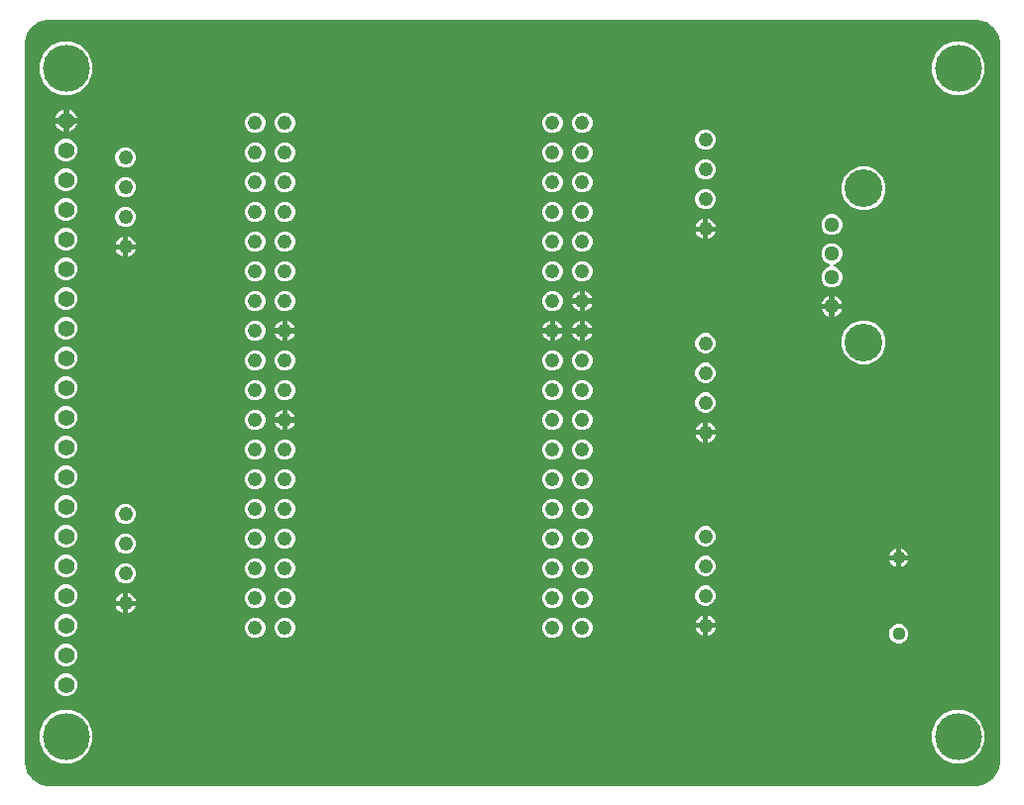
<source format=gbr>
G04 EAGLE Gerber RS-274X export*
G75*
%MOMM*%
%FSLAX34Y34*%
%LPD*%
%INCopper Layer 2*%
%IPPOS*%
%AMOC8*
5,1,8,0,0,1.08239X$1,22.5*%
G01*
%ADD10C,1.244600*%
%ADD11C,1.120000*%
%ADD12C,1.400000*%
%ADD13C,4.016000*%
%ADD14C,1.288000*%
%ADD15C,3.220000*%
%ADD16C,0.654800*%

G36*
X23906Y2539D02*
X23906Y2539D01*
X23970Y2541D01*
X25234Y2541D01*
X25255Y2543D01*
X25344Y2546D01*
X26318Y2631D01*
X26318Y2630D01*
X26430Y2602D01*
X26540Y2565D01*
X26584Y2562D01*
X26626Y2551D01*
X26787Y2541D01*
X811413Y2541D01*
X811457Y2546D01*
X811500Y2544D01*
X811614Y2566D01*
X811729Y2581D01*
X811769Y2597D01*
X811813Y2605D01*
X811869Y2632D01*
X812856Y2546D01*
X812877Y2546D01*
X812966Y2541D01*
X814215Y2541D01*
X814232Y2536D01*
X814331Y2530D01*
X814351Y2527D01*
X814364Y2528D01*
X814393Y2526D01*
X816555Y2526D01*
X816640Y2537D01*
X816725Y2538D01*
X816860Y2565D01*
X816870Y2566D01*
X816874Y2568D01*
X816883Y2569D01*
X823470Y4334D01*
X823601Y4388D01*
X823732Y4437D01*
X823754Y4450D01*
X823765Y4455D01*
X823781Y4466D01*
X823870Y4521D01*
X829456Y8432D01*
X829560Y8527D01*
X829667Y8618D01*
X829683Y8638D01*
X829692Y8646D01*
X829703Y8662D01*
X829768Y8744D01*
X833679Y14330D01*
X833745Y14454D01*
X833814Y14577D01*
X833822Y14602D01*
X833828Y14611D01*
X833832Y14630D01*
X833866Y14730D01*
X835631Y21317D01*
X835642Y21402D01*
X835664Y21484D01*
X835672Y21621D01*
X835674Y21632D01*
X835673Y21636D01*
X835674Y21645D01*
X835674Y23807D01*
X835661Y23906D01*
X835659Y23975D01*
X835659Y25234D01*
X835657Y25255D01*
X835654Y25344D01*
X835569Y26318D01*
X835570Y26318D01*
X835598Y26430D01*
X835635Y26540D01*
X835638Y26584D01*
X835649Y26626D01*
X835659Y26787D01*
X835659Y633613D01*
X835654Y633657D01*
X835656Y633700D01*
X835634Y633814D01*
X835619Y633929D01*
X835603Y633969D01*
X835595Y634013D01*
X835568Y634069D01*
X835654Y635056D01*
X835654Y635077D01*
X835659Y635166D01*
X835659Y636415D01*
X835664Y636432D01*
X835670Y636532D01*
X835673Y636552D01*
X835672Y636565D01*
X835674Y636593D01*
X835674Y638755D01*
X835663Y638840D01*
X835662Y638925D01*
X835635Y639060D01*
X835634Y639070D01*
X835632Y639074D01*
X835631Y639083D01*
X833866Y645670D01*
X833812Y645801D01*
X833763Y645932D01*
X833750Y645954D01*
X833745Y645965D01*
X833734Y645981D01*
X833679Y646070D01*
X829768Y651656D01*
X829673Y651760D01*
X829582Y651867D01*
X829562Y651883D01*
X829554Y651892D01*
X829538Y651903D01*
X829456Y651968D01*
X823870Y655879D01*
X823745Y655945D01*
X823623Y656014D01*
X823599Y656022D01*
X823589Y656028D01*
X823569Y656032D01*
X823470Y656066D01*
X816883Y657831D01*
X816798Y657842D01*
X816715Y657864D01*
X816579Y657872D01*
X816568Y657874D01*
X816564Y657873D01*
X816555Y657874D01*
X814393Y657874D01*
X814294Y657861D01*
X814225Y657859D01*
X812966Y657859D01*
X812945Y657857D01*
X812856Y657854D01*
X811882Y657769D01*
X811882Y657770D01*
X811770Y657798D01*
X811660Y657835D01*
X811616Y657838D01*
X811574Y657849D01*
X811413Y657859D01*
X26787Y657859D01*
X26743Y657854D01*
X26700Y657856D01*
X26586Y657834D01*
X26471Y657819D01*
X26431Y657803D01*
X26387Y657795D01*
X26331Y657768D01*
X25344Y657854D01*
X25323Y657854D01*
X25234Y657859D01*
X23985Y657859D01*
X23968Y657864D01*
X23868Y657870D01*
X23848Y657873D01*
X23835Y657872D01*
X23807Y657874D01*
X21645Y657874D01*
X21560Y657863D01*
X21475Y657862D01*
X21340Y657835D01*
X21330Y657834D01*
X21326Y657832D01*
X21317Y657831D01*
X14730Y656066D01*
X14599Y656012D01*
X14468Y655963D01*
X14446Y655950D01*
X14435Y655945D01*
X14419Y655934D01*
X14330Y655879D01*
X8744Y651968D01*
X8640Y651873D01*
X8533Y651782D01*
X8517Y651762D01*
X8508Y651754D01*
X8497Y651738D01*
X8432Y651656D01*
X4521Y646070D01*
X4455Y645945D01*
X4386Y645823D01*
X4378Y645799D01*
X4372Y645789D01*
X4368Y645769D01*
X4334Y645670D01*
X2569Y639083D01*
X2558Y638998D01*
X2536Y638915D01*
X2528Y638779D01*
X2526Y638768D01*
X2527Y638764D01*
X2526Y638755D01*
X2526Y636593D01*
X2539Y636494D01*
X2541Y636425D01*
X2541Y635166D01*
X2543Y635145D01*
X2546Y635056D01*
X2631Y634082D01*
X2630Y634082D01*
X2602Y633970D01*
X2565Y633860D01*
X2562Y633816D01*
X2551Y633774D01*
X2541Y633613D01*
X2541Y26787D01*
X2546Y26743D01*
X2544Y26700D01*
X2566Y26586D01*
X2581Y26471D01*
X2597Y26431D01*
X2605Y26387D01*
X2632Y26331D01*
X2546Y25344D01*
X2546Y25323D01*
X2541Y25234D01*
X2541Y23985D01*
X2536Y23968D01*
X2530Y23868D01*
X2527Y23848D01*
X2528Y23835D01*
X2526Y23807D01*
X2526Y21645D01*
X2537Y21560D01*
X2538Y21475D01*
X2565Y21340D01*
X2566Y21330D01*
X2568Y21326D01*
X2569Y21317D01*
X4334Y14730D01*
X4388Y14599D01*
X4437Y14468D01*
X4450Y14446D01*
X4455Y14435D01*
X4466Y14419D01*
X4521Y14330D01*
X8432Y8744D01*
X8527Y8640D01*
X8618Y8533D01*
X8638Y8517D01*
X8646Y8508D01*
X8662Y8497D01*
X8744Y8432D01*
X14330Y4521D01*
X14455Y4455D01*
X14577Y4386D01*
X14601Y4378D01*
X14611Y4372D01*
X14631Y4368D01*
X14730Y4334D01*
X21317Y2569D01*
X21402Y2558D01*
X21485Y2536D01*
X21621Y2528D01*
X21632Y2526D01*
X21636Y2527D01*
X21645Y2526D01*
X23807Y2526D01*
X23906Y2539D01*
G37*
%LPC*%
G36*
X795600Y593329D02*
X795600Y593329D01*
X787286Y596773D01*
X780923Y603136D01*
X777479Y611450D01*
X777479Y620450D01*
X780923Y628764D01*
X787286Y635127D01*
X795600Y638571D01*
X804600Y638571D01*
X812914Y635127D01*
X819277Y628764D01*
X822721Y620450D01*
X822721Y611450D01*
X819277Y603136D01*
X812914Y596773D01*
X804600Y593329D01*
X795600Y593329D01*
G37*
%LPD*%
%LPC*%
G36*
X33600Y593329D02*
X33600Y593329D01*
X25286Y596773D01*
X18923Y603136D01*
X15479Y611450D01*
X15479Y620450D01*
X18923Y628764D01*
X25286Y635127D01*
X33600Y638571D01*
X42600Y638571D01*
X50914Y635127D01*
X57277Y628764D01*
X60721Y620450D01*
X60721Y611450D01*
X57277Y603136D01*
X50914Y596773D01*
X42600Y593329D01*
X33600Y593329D01*
G37*
%LPD*%
%LPC*%
G36*
X795600Y21829D02*
X795600Y21829D01*
X787286Y25273D01*
X780923Y31636D01*
X777479Y39950D01*
X777479Y48950D01*
X780923Y57264D01*
X787286Y63627D01*
X795600Y67071D01*
X804600Y67071D01*
X812914Y63627D01*
X819277Y57264D01*
X822721Y48950D01*
X822721Y39950D01*
X819277Y31636D01*
X812914Y25273D01*
X804600Y21829D01*
X795600Y21829D01*
G37*
%LPD*%
%LPC*%
G36*
X33600Y21829D02*
X33600Y21829D01*
X25286Y25273D01*
X18923Y31636D01*
X15479Y39950D01*
X15479Y48950D01*
X18923Y57264D01*
X25286Y63627D01*
X33600Y67071D01*
X42600Y67071D01*
X50914Y63627D01*
X57277Y57264D01*
X60721Y48950D01*
X60721Y39950D01*
X57277Y31636D01*
X50914Y25273D01*
X42600Y21829D01*
X33600Y21829D01*
G37*
%LPD*%
%LPC*%
G36*
X715542Y363259D02*
X715542Y363259D01*
X708691Y366097D01*
X703447Y371341D01*
X700609Y378192D01*
X700609Y385608D01*
X703447Y392459D01*
X708691Y397703D01*
X715542Y400541D01*
X722958Y400541D01*
X729809Y397703D01*
X735053Y392459D01*
X737891Y385608D01*
X737891Y378192D01*
X735053Y371341D01*
X729809Y366097D01*
X722958Y363259D01*
X715542Y363259D01*
G37*
%LPD*%
%LPC*%
G36*
X715542Y494659D02*
X715542Y494659D01*
X708691Y497497D01*
X703447Y502741D01*
X700609Y509592D01*
X700609Y517008D01*
X703447Y523859D01*
X708691Y529103D01*
X715542Y531941D01*
X722958Y531941D01*
X729809Y529103D01*
X735053Y523859D01*
X737891Y517008D01*
X737891Y509592D01*
X735053Y502741D01*
X729809Y497497D01*
X722958Y494659D01*
X715542Y494659D01*
G37*
%LPD*%
%LPC*%
G36*
X690364Y428619D02*
X690364Y428619D01*
X687063Y429986D01*
X684536Y432513D01*
X683169Y435814D01*
X683169Y439386D01*
X684536Y442687D01*
X687063Y445214D01*
X689993Y446427D01*
X690114Y446496D01*
X690237Y446561D01*
X690252Y446575D01*
X690270Y446585D01*
X690370Y446682D01*
X690472Y446775D01*
X690483Y446792D01*
X690498Y446806D01*
X690571Y446925D01*
X690647Y447041D01*
X690654Y447060D01*
X690664Y447077D01*
X690705Y447210D01*
X690750Y447342D01*
X690752Y447362D01*
X690758Y447381D01*
X690764Y447520D01*
X690776Y447659D01*
X690772Y447679D01*
X690773Y447699D01*
X690745Y447835D01*
X690721Y447972D01*
X690713Y447991D01*
X690709Y448010D01*
X690647Y448136D01*
X690591Y448262D01*
X690578Y448278D01*
X690569Y448296D01*
X690479Y448402D01*
X690392Y448510D01*
X690376Y448523D01*
X690363Y448538D01*
X690249Y448618D01*
X690138Y448702D01*
X690113Y448714D01*
X690103Y448721D01*
X690083Y448728D01*
X689993Y448773D01*
X687063Y449986D01*
X684536Y452513D01*
X683169Y455814D01*
X683169Y459386D01*
X684536Y462687D01*
X687063Y465214D01*
X690364Y466581D01*
X693936Y466581D01*
X697237Y465214D01*
X699764Y462687D01*
X701131Y459386D01*
X701131Y455814D01*
X699764Y452513D01*
X697237Y449986D01*
X694307Y448773D01*
X694186Y448704D01*
X694063Y448639D01*
X694048Y448625D01*
X694030Y448615D01*
X693930Y448518D01*
X693828Y448425D01*
X693817Y448408D01*
X693802Y448394D01*
X693729Y448276D01*
X693653Y448159D01*
X693646Y448140D01*
X693636Y448123D01*
X693595Y447990D01*
X693550Y447858D01*
X693548Y447838D01*
X693542Y447819D01*
X693536Y447680D01*
X693524Y447541D01*
X693528Y447521D01*
X693527Y447501D01*
X693555Y447365D01*
X693579Y447228D01*
X693587Y447210D01*
X693591Y447190D01*
X693653Y447064D01*
X693709Y446938D01*
X693722Y446922D01*
X693731Y446904D01*
X693822Y446798D01*
X693908Y446690D01*
X693924Y446677D01*
X693937Y446662D01*
X694052Y446582D01*
X694162Y446498D01*
X694187Y446486D01*
X694197Y446479D01*
X694217Y446472D01*
X694307Y446427D01*
X697237Y445214D01*
X699764Y442687D01*
X701131Y439386D01*
X701131Y435814D01*
X699764Y432513D01*
X697237Y429986D01*
X693936Y428619D01*
X690364Y428619D01*
G37*
%LPD*%
%LPC*%
G36*
X36202Y358759D02*
X36202Y358759D01*
X32696Y360212D01*
X30012Y362896D01*
X28559Y366402D01*
X28559Y370198D01*
X30012Y373704D01*
X32696Y376388D01*
X36202Y377841D01*
X39998Y377841D01*
X43504Y376388D01*
X46188Y373704D01*
X47641Y370198D01*
X47641Y366402D01*
X46188Y362896D01*
X43504Y360212D01*
X39998Y358759D01*
X36202Y358759D01*
G37*
%LPD*%
%LPC*%
G36*
X36202Y79359D02*
X36202Y79359D01*
X32696Y80812D01*
X30012Y83496D01*
X28559Y87002D01*
X28559Y90798D01*
X30012Y94304D01*
X32696Y96988D01*
X36202Y98441D01*
X39998Y98441D01*
X43504Y96988D01*
X46188Y94304D01*
X47641Y90798D01*
X47641Y87002D01*
X46188Y83496D01*
X43504Y80812D01*
X39998Y79359D01*
X36202Y79359D01*
G37*
%LPD*%
%LPC*%
G36*
X36202Y104759D02*
X36202Y104759D01*
X32696Y106212D01*
X30012Y108896D01*
X28559Y112402D01*
X28559Y116198D01*
X30012Y119704D01*
X32696Y122388D01*
X36202Y123841D01*
X39998Y123841D01*
X43504Y122388D01*
X46188Y119704D01*
X47641Y116198D01*
X47641Y112402D01*
X46188Y108896D01*
X43504Y106212D01*
X39998Y104759D01*
X36202Y104759D01*
G37*
%LPD*%
%LPC*%
G36*
X36202Y130159D02*
X36202Y130159D01*
X32696Y131612D01*
X30012Y134296D01*
X28559Y137802D01*
X28559Y141598D01*
X30012Y145104D01*
X32696Y147788D01*
X36202Y149241D01*
X39998Y149241D01*
X43504Y147788D01*
X46188Y145104D01*
X47641Y141598D01*
X47641Y137802D01*
X46188Y134296D01*
X43504Y131612D01*
X39998Y130159D01*
X36202Y130159D01*
G37*
%LPD*%
%LPC*%
G36*
X36202Y536559D02*
X36202Y536559D01*
X32696Y538012D01*
X30012Y540696D01*
X28559Y544202D01*
X28559Y547998D01*
X30012Y551504D01*
X32696Y554188D01*
X36202Y555641D01*
X39998Y555641D01*
X43504Y554188D01*
X46188Y551504D01*
X47641Y547998D01*
X47641Y544202D01*
X46188Y540696D01*
X43504Y538012D01*
X39998Y536559D01*
X36202Y536559D01*
G37*
%LPD*%
%LPC*%
G36*
X36202Y155559D02*
X36202Y155559D01*
X32696Y157012D01*
X30012Y159696D01*
X28559Y163202D01*
X28559Y166998D01*
X30012Y170504D01*
X32696Y173188D01*
X36202Y174641D01*
X39998Y174641D01*
X43504Y173188D01*
X46188Y170504D01*
X47641Y166998D01*
X47641Y163202D01*
X46188Y159696D01*
X43504Y157012D01*
X39998Y155559D01*
X36202Y155559D01*
G37*
%LPD*%
%LPC*%
G36*
X36202Y180959D02*
X36202Y180959D01*
X32696Y182412D01*
X30012Y185096D01*
X28559Y188602D01*
X28559Y192398D01*
X30012Y195904D01*
X32696Y198588D01*
X36202Y200041D01*
X39998Y200041D01*
X43504Y198588D01*
X46188Y195904D01*
X47641Y192398D01*
X47641Y188602D01*
X46188Y185096D01*
X43504Y182412D01*
X39998Y180959D01*
X36202Y180959D01*
G37*
%LPD*%
%LPC*%
G36*
X36202Y206359D02*
X36202Y206359D01*
X32696Y207812D01*
X30012Y210496D01*
X28559Y214002D01*
X28559Y217798D01*
X30012Y221304D01*
X32696Y223988D01*
X36202Y225441D01*
X39998Y225441D01*
X43504Y223988D01*
X46188Y221304D01*
X47641Y217798D01*
X47641Y214002D01*
X46188Y210496D01*
X43504Y207812D01*
X39998Y206359D01*
X36202Y206359D01*
G37*
%LPD*%
%LPC*%
G36*
X36202Y231759D02*
X36202Y231759D01*
X32696Y233212D01*
X30012Y235896D01*
X28559Y239402D01*
X28559Y243198D01*
X30012Y246704D01*
X32696Y249388D01*
X36202Y250841D01*
X39998Y250841D01*
X43504Y249388D01*
X46188Y246704D01*
X47641Y243198D01*
X47641Y239402D01*
X46188Y235896D01*
X43504Y233212D01*
X39998Y231759D01*
X36202Y231759D01*
G37*
%LPD*%
%LPC*%
G36*
X36202Y257159D02*
X36202Y257159D01*
X32696Y258612D01*
X30012Y261296D01*
X28559Y264802D01*
X28559Y268598D01*
X30012Y272104D01*
X32696Y274788D01*
X36202Y276241D01*
X39998Y276241D01*
X43504Y274788D01*
X46188Y272104D01*
X47641Y268598D01*
X47641Y264802D01*
X46188Y261296D01*
X43504Y258612D01*
X39998Y257159D01*
X36202Y257159D01*
G37*
%LPD*%
%LPC*%
G36*
X36202Y282559D02*
X36202Y282559D01*
X32696Y284012D01*
X30012Y286696D01*
X28559Y290202D01*
X28559Y293998D01*
X30012Y297504D01*
X32696Y300188D01*
X36202Y301641D01*
X39998Y301641D01*
X43504Y300188D01*
X46188Y297504D01*
X47641Y293998D01*
X47641Y290202D01*
X46188Y286696D01*
X43504Y284012D01*
X39998Y282559D01*
X36202Y282559D01*
G37*
%LPD*%
%LPC*%
G36*
X36202Y307959D02*
X36202Y307959D01*
X32696Y309412D01*
X30012Y312096D01*
X28559Y315602D01*
X28559Y319398D01*
X30012Y322904D01*
X32696Y325588D01*
X36202Y327041D01*
X39998Y327041D01*
X43504Y325588D01*
X46188Y322904D01*
X47641Y319398D01*
X47641Y315602D01*
X46188Y312096D01*
X43504Y309412D01*
X39998Y307959D01*
X36202Y307959D01*
G37*
%LPD*%
%LPC*%
G36*
X36202Y511159D02*
X36202Y511159D01*
X32696Y512612D01*
X30012Y515296D01*
X28559Y518802D01*
X28559Y522598D01*
X30012Y526104D01*
X32696Y528788D01*
X36202Y530241D01*
X39998Y530241D01*
X43504Y528788D01*
X46188Y526104D01*
X47641Y522598D01*
X47641Y518802D01*
X46188Y515296D01*
X43504Y512612D01*
X39998Y511159D01*
X36202Y511159D01*
G37*
%LPD*%
%LPC*%
G36*
X36202Y333359D02*
X36202Y333359D01*
X32696Y334812D01*
X30012Y337496D01*
X28559Y341002D01*
X28559Y344798D01*
X30012Y348304D01*
X32696Y350988D01*
X36202Y352441D01*
X39998Y352441D01*
X43504Y350988D01*
X46188Y348304D01*
X47641Y344798D01*
X47641Y341002D01*
X46188Y337496D01*
X43504Y334812D01*
X39998Y333359D01*
X36202Y333359D01*
G37*
%LPD*%
%LPC*%
G36*
X36202Y384159D02*
X36202Y384159D01*
X32696Y385612D01*
X30012Y388296D01*
X28559Y391802D01*
X28559Y395598D01*
X30012Y399104D01*
X32696Y401788D01*
X36202Y403241D01*
X39998Y403241D01*
X43504Y401788D01*
X46188Y399104D01*
X47641Y395598D01*
X47641Y391802D01*
X46188Y388296D01*
X43504Y385612D01*
X39998Y384159D01*
X36202Y384159D01*
G37*
%LPD*%
%LPC*%
G36*
X36202Y409559D02*
X36202Y409559D01*
X32696Y411012D01*
X30012Y413696D01*
X28559Y417202D01*
X28559Y420998D01*
X30012Y424504D01*
X32696Y427188D01*
X36202Y428641D01*
X39998Y428641D01*
X43504Y427188D01*
X46188Y424504D01*
X47641Y420998D01*
X47641Y417202D01*
X46188Y413696D01*
X43504Y411012D01*
X39998Y409559D01*
X36202Y409559D01*
G37*
%LPD*%
%LPC*%
G36*
X36202Y434959D02*
X36202Y434959D01*
X32696Y436412D01*
X30012Y439096D01*
X28559Y442602D01*
X28559Y446398D01*
X30012Y449904D01*
X32696Y452588D01*
X36202Y454041D01*
X39998Y454041D01*
X43504Y452588D01*
X46188Y449904D01*
X47641Y446398D01*
X47641Y442602D01*
X46188Y439096D01*
X43504Y436412D01*
X39998Y434959D01*
X36202Y434959D01*
G37*
%LPD*%
%LPC*%
G36*
X36202Y460359D02*
X36202Y460359D01*
X32696Y461812D01*
X30012Y464496D01*
X28559Y468002D01*
X28559Y471798D01*
X30012Y475304D01*
X32696Y477988D01*
X36202Y479441D01*
X39998Y479441D01*
X43504Y477988D01*
X46188Y475304D01*
X47641Y471798D01*
X47641Y468002D01*
X46188Y464496D01*
X43504Y461812D01*
X39998Y460359D01*
X36202Y460359D01*
G37*
%LPD*%
%LPC*%
G36*
X36202Y485759D02*
X36202Y485759D01*
X32696Y487212D01*
X30012Y489896D01*
X28559Y493402D01*
X28559Y497198D01*
X30012Y500704D01*
X32696Y503388D01*
X36202Y504841D01*
X39998Y504841D01*
X43504Y503388D01*
X46188Y500704D01*
X47641Y497198D01*
X47641Y493402D01*
X46188Y489896D01*
X43504Y487212D01*
X39998Y485759D01*
X36202Y485759D01*
G37*
%LPD*%
%LPC*%
G36*
X690364Y473619D02*
X690364Y473619D01*
X687063Y474986D01*
X684536Y477513D01*
X683169Y480814D01*
X683169Y484386D01*
X684536Y487687D01*
X687063Y490214D01*
X690364Y491581D01*
X693936Y491581D01*
X697237Y490214D01*
X699764Y487687D01*
X701131Y484386D01*
X701131Y480814D01*
X699764Y477513D01*
X697237Y474986D01*
X693936Y473619D01*
X690364Y473619D01*
G37*
%LPD*%
%LPC*%
G36*
X477307Y484586D02*
X477307Y484586D01*
X474086Y485920D01*
X471620Y488386D01*
X470286Y491607D01*
X470286Y495093D01*
X471620Y498314D01*
X474086Y500780D01*
X477307Y502114D01*
X480793Y502114D01*
X484014Y500780D01*
X486480Y498314D01*
X487814Y495093D01*
X487814Y491607D01*
X486480Y488386D01*
X484014Y485920D01*
X480793Y484586D01*
X477307Y484586D01*
G37*
%LPD*%
%LPC*%
G36*
X451907Y484586D02*
X451907Y484586D01*
X448686Y485920D01*
X446220Y488386D01*
X444886Y491607D01*
X444886Y495093D01*
X446220Y498314D01*
X448686Y500780D01*
X451907Y502114D01*
X455393Y502114D01*
X458614Y500780D01*
X461080Y498314D01*
X462414Y495093D01*
X462414Y491607D01*
X461080Y488386D01*
X458614Y485920D01*
X455393Y484586D01*
X451907Y484586D01*
G37*
%LPD*%
%LPC*%
G36*
X223307Y484586D02*
X223307Y484586D01*
X220086Y485920D01*
X217620Y488386D01*
X216286Y491607D01*
X216286Y495093D01*
X217620Y498314D01*
X220086Y500780D01*
X223307Y502114D01*
X226793Y502114D01*
X230014Y500780D01*
X232480Y498314D01*
X233814Y495093D01*
X233814Y491607D01*
X232480Y488386D01*
X230014Y485920D01*
X226793Y484586D01*
X223307Y484586D01*
G37*
%LPD*%
%LPC*%
G36*
X197907Y484586D02*
X197907Y484586D01*
X194686Y485920D01*
X192220Y488386D01*
X190886Y491607D01*
X190886Y495093D01*
X192220Y498314D01*
X194686Y500780D01*
X197907Y502114D01*
X201393Y502114D01*
X204614Y500780D01*
X207080Y498314D01*
X208414Y495093D01*
X208414Y491607D01*
X207080Y488386D01*
X204614Y485920D01*
X201393Y484586D01*
X197907Y484586D01*
G37*
%LPD*%
%LPC*%
G36*
X87157Y480186D02*
X87157Y480186D01*
X83936Y481520D01*
X81470Y483986D01*
X80136Y487207D01*
X80136Y490693D01*
X81470Y493914D01*
X83936Y496380D01*
X87157Y497714D01*
X90643Y497714D01*
X93864Y496380D01*
X96330Y493914D01*
X97664Y490693D01*
X97664Y487207D01*
X96330Y483986D01*
X93864Y481520D01*
X90643Y480186D01*
X87157Y480186D01*
G37*
%LPD*%
%LPC*%
G36*
X582457Y495426D02*
X582457Y495426D01*
X579236Y496760D01*
X576770Y499226D01*
X575436Y502447D01*
X575436Y505933D01*
X576770Y509154D01*
X579236Y511620D01*
X582457Y512954D01*
X585943Y512954D01*
X589164Y511620D01*
X591630Y509154D01*
X592964Y505933D01*
X592964Y502447D01*
X591630Y499226D01*
X589164Y496760D01*
X585943Y495426D01*
X582457Y495426D01*
G37*
%LPD*%
%LPC*%
G36*
X582457Y346836D02*
X582457Y346836D01*
X579236Y348170D01*
X576770Y350636D01*
X575436Y353857D01*
X575436Y357343D01*
X576770Y360564D01*
X579236Y363030D01*
X582457Y364364D01*
X585943Y364364D01*
X589164Y363030D01*
X591630Y360564D01*
X592964Y357343D01*
X592964Y353857D01*
X591630Y350636D01*
X589164Y348170D01*
X585943Y346836D01*
X582457Y346836D01*
G37*
%LPD*%
%LPC*%
G36*
X197907Y128986D02*
X197907Y128986D01*
X194686Y130320D01*
X192220Y132786D01*
X190886Y136007D01*
X190886Y139493D01*
X192220Y142714D01*
X194686Y145180D01*
X197907Y146514D01*
X201393Y146514D01*
X204614Y145180D01*
X207080Y142714D01*
X208414Y139493D01*
X208414Y136007D01*
X207080Y132786D01*
X204614Y130320D01*
X201393Y128986D01*
X197907Y128986D01*
G37*
%LPD*%
%LPC*%
G36*
X87157Y505586D02*
X87157Y505586D01*
X83936Y506920D01*
X81470Y509386D01*
X80136Y512607D01*
X80136Y516093D01*
X81470Y519314D01*
X83936Y521780D01*
X87157Y523114D01*
X90643Y523114D01*
X93864Y521780D01*
X96330Y519314D01*
X97664Y516093D01*
X97664Y512607D01*
X96330Y509386D01*
X93864Y506920D01*
X90643Y505586D01*
X87157Y505586D01*
G37*
%LPD*%
%LPC*%
G36*
X451907Y459186D02*
X451907Y459186D01*
X448686Y460520D01*
X446220Y462986D01*
X444886Y466207D01*
X444886Y469693D01*
X446220Y472914D01*
X448686Y475380D01*
X451907Y476714D01*
X455393Y476714D01*
X458614Y475380D01*
X461080Y472914D01*
X462414Y469693D01*
X462414Y466207D01*
X461080Y462986D01*
X458614Y460520D01*
X455393Y459186D01*
X451907Y459186D01*
G37*
%LPD*%
%LPC*%
G36*
X477307Y459186D02*
X477307Y459186D01*
X474086Y460520D01*
X471620Y462986D01*
X470286Y466207D01*
X470286Y469693D01*
X471620Y472914D01*
X474086Y475380D01*
X477307Y476714D01*
X480793Y476714D01*
X484014Y475380D01*
X486480Y472914D01*
X487814Y469693D01*
X487814Y466207D01*
X486480Y462986D01*
X484014Y460520D01*
X480793Y459186D01*
X477307Y459186D01*
G37*
%LPD*%
%LPC*%
G36*
X197907Y459186D02*
X197907Y459186D01*
X194686Y460520D01*
X192220Y462986D01*
X190886Y466207D01*
X190886Y469693D01*
X192220Y472914D01*
X194686Y475380D01*
X197907Y476714D01*
X201393Y476714D01*
X204614Y475380D01*
X207080Y472914D01*
X208414Y469693D01*
X208414Y466207D01*
X207080Y462986D01*
X204614Y460520D01*
X201393Y459186D01*
X197907Y459186D01*
G37*
%LPD*%
%LPC*%
G36*
X223307Y459186D02*
X223307Y459186D01*
X220086Y460520D01*
X217620Y462986D01*
X216286Y466207D01*
X216286Y469693D01*
X217620Y472914D01*
X220086Y475380D01*
X223307Y476714D01*
X226793Y476714D01*
X230014Y475380D01*
X232480Y472914D01*
X233814Y469693D01*
X233814Y466207D01*
X232480Y462986D01*
X230014Y460520D01*
X226793Y459186D01*
X223307Y459186D01*
G37*
%LPD*%
%LPC*%
G36*
X223307Y128986D02*
X223307Y128986D01*
X220086Y130320D01*
X217620Y132786D01*
X216286Y136007D01*
X216286Y139493D01*
X217620Y142714D01*
X220086Y145180D01*
X223307Y146514D01*
X226793Y146514D01*
X230014Y145180D01*
X232480Y142714D01*
X233814Y139493D01*
X233814Y136007D01*
X232480Y132786D01*
X230014Y130320D01*
X226793Y128986D01*
X223307Y128986D01*
G37*
%LPD*%
%LPC*%
G36*
X451907Y128986D02*
X451907Y128986D01*
X448686Y130320D01*
X446220Y132786D01*
X444886Y136007D01*
X444886Y139493D01*
X446220Y142714D01*
X448686Y145180D01*
X451907Y146514D01*
X455393Y146514D01*
X458614Y145180D01*
X461080Y142714D01*
X462414Y139493D01*
X462414Y136007D01*
X461080Y132786D01*
X458614Y130320D01*
X455393Y128986D01*
X451907Y128986D01*
G37*
%LPD*%
%LPC*%
G36*
X477307Y128986D02*
X477307Y128986D01*
X474086Y130320D01*
X471620Y132786D01*
X470286Y136007D01*
X470286Y139493D01*
X471620Y142714D01*
X474086Y145180D01*
X477307Y146514D01*
X480793Y146514D01*
X484014Y145180D01*
X486480Y142714D01*
X487814Y139493D01*
X487814Y136007D01*
X486480Y132786D01*
X484014Y130320D01*
X480793Y128986D01*
X477307Y128986D01*
G37*
%LPD*%
%LPC*%
G36*
X582457Y546226D02*
X582457Y546226D01*
X579236Y547560D01*
X576770Y550026D01*
X575436Y553247D01*
X575436Y556733D01*
X576770Y559954D01*
X579236Y562420D01*
X582457Y563754D01*
X585943Y563754D01*
X589164Y562420D01*
X591630Y559954D01*
X592964Y556733D01*
X592964Y553247D01*
X591630Y550026D01*
X589164Y547560D01*
X585943Y546226D01*
X582457Y546226D01*
G37*
%LPD*%
%LPC*%
G36*
X451907Y560786D02*
X451907Y560786D01*
X448686Y562120D01*
X446220Y564586D01*
X444886Y567807D01*
X444886Y571293D01*
X446220Y574514D01*
X448686Y576980D01*
X451907Y578314D01*
X455393Y578314D01*
X458614Y576980D01*
X461080Y574514D01*
X462414Y571293D01*
X462414Y567807D01*
X461080Y564586D01*
X458614Y562120D01*
X455393Y560786D01*
X451907Y560786D01*
G37*
%LPD*%
%LPC*%
G36*
X197907Y154386D02*
X197907Y154386D01*
X194686Y155720D01*
X192220Y158186D01*
X190886Y161407D01*
X190886Y164893D01*
X192220Y168114D01*
X194686Y170580D01*
X197907Y171914D01*
X201393Y171914D01*
X204614Y170580D01*
X207080Y168114D01*
X208414Y164893D01*
X208414Y161407D01*
X207080Y158186D01*
X204614Y155720D01*
X201393Y154386D01*
X197907Y154386D01*
G37*
%LPD*%
%LPC*%
G36*
X223307Y154386D02*
X223307Y154386D01*
X220086Y155720D01*
X217620Y158186D01*
X216286Y161407D01*
X216286Y164893D01*
X217620Y168114D01*
X220086Y170580D01*
X223307Y171914D01*
X226793Y171914D01*
X230014Y170580D01*
X232480Y168114D01*
X233814Y164893D01*
X233814Y161407D01*
X232480Y158186D01*
X230014Y155720D01*
X226793Y154386D01*
X223307Y154386D01*
G37*
%LPD*%
%LPC*%
G36*
X197907Y509986D02*
X197907Y509986D01*
X194686Y511320D01*
X192220Y513786D01*
X190886Y517007D01*
X190886Y520493D01*
X192220Y523714D01*
X194686Y526180D01*
X197907Y527514D01*
X201393Y527514D01*
X204614Y526180D01*
X207080Y523714D01*
X208414Y520493D01*
X208414Y517007D01*
X207080Y513786D01*
X204614Y511320D01*
X201393Y509986D01*
X197907Y509986D01*
G37*
%LPD*%
%LPC*%
G36*
X477307Y433786D02*
X477307Y433786D01*
X474086Y435120D01*
X471620Y437586D01*
X470286Y440807D01*
X470286Y444293D01*
X471620Y447514D01*
X474086Y449980D01*
X477307Y451314D01*
X480793Y451314D01*
X484014Y449980D01*
X486480Y447514D01*
X487814Y444293D01*
X487814Y440807D01*
X486480Y437586D01*
X484014Y435120D01*
X480793Y433786D01*
X477307Y433786D01*
G37*
%LPD*%
%LPC*%
G36*
X451907Y433786D02*
X451907Y433786D01*
X448686Y435120D01*
X446220Y437586D01*
X444886Y440807D01*
X444886Y444293D01*
X446220Y447514D01*
X448686Y449980D01*
X451907Y451314D01*
X455393Y451314D01*
X458614Y449980D01*
X461080Y447514D01*
X462414Y444293D01*
X462414Y440807D01*
X461080Y437586D01*
X458614Y435120D01*
X455393Y433786D01*
X451907Y433786D01*
G37*
%LPD*%
%LPC*%
G36*
X223307Y433786D02*
X223307Y433786D01*
X220086Y435120D01*
X217620Y437586D01*
X216286Y440807D01*
X216286Y444293D01*
X217620Y447514D01*
X220086Y449980D01*
X223307Y451314D01*
X226793Y451314D01*
X230014Y449980D01*
X232480Y447514D01*
X233814Y444293D01*
X233814Y440807D01*
X232480Y437586D01*
X230014Y435120D01*
X226793Y433786D01*
X223307Y433786D01*
G37*
%LPD*%
%LPC*%
G36*
X197907Y433786D02*
X197907Y433786D01*
X194686Y435120D01*
X192220Y437586D01*
X190886Y440807D01*
X190886Y444293D01*
X192220Y447514D01*
X194686Y449980D01*
X197907Y451314D01*
X201393Y451314D01*
X204614Y449980D01*
X207080Y447514D01*
X208414Y444293D01*
X208414Y440807D01*
X207080Y437586D01*
X204614Y435120D01*
X201393Y433786D01*
X197907Y433786D01*
G37*
%LPD*%
%LPC*%
G36*
X223307Y509986D02*
X223307Y509986D01*
X220086Y511320D01*
X217620Y513786D01*
X216286Y517007D01*
X216286Y520493D01*
X217620Y523714D01*
X220086Y526180D01*
X223307Y527514D01*
X226793Y527514D01*
X230014Y526180D01*
X232480Y523714D01*
X233814Y520493D01*
X233814Y517007D01*
X232480Y513786D01*
X230014Y511320D01*
X226793Y509986D01*
X223307Y509986D01*
G37*
%LPD*%
%LPC*%
G36*
X451907Y408386D02*
X451907Y408386D01*
X448686Y409720D01*
X446220Y412186D01*
X444886Y415407D01*
X444886Y418893D01*
X446220Y422114D01*
X448686Y424580D01*
X451907Y425914D01*
X455393Y425914D01*
X458614Y424580D01*
X461080Y422114D01*
X462414Y418893D01*
X462414Y415407D01*
X461080Y412186D01*
X458614Y409720D01*
X455393Y408386D01*
X451907Y408386D01*
G37*
%LPD*%
%LPC*%
G36*
X223307Y408386D02*
X223307Y408386D01*
X220086Y409720D01*
X217620Y412186D01*
X216286Y415407D01*
X216286Y418893D01*
X217620Y422114D01*
X220086Y424580D01*
X223307Y425914D01*
X226793Y425914D01*
X230014Y424580D01*
X232480Y422114D01*
X233814Y418893D01*
X233814Y415407D01*
X232480Y412186D01*
X230014Y409720D01*
X226793Y408386D01*
X223307Y408386D01*
G37*
%LPD*%
%LPC*%
G36*
X197907Y408386D02*
X197907Y408386D01*
X194686Y409720D01*
X192220Y412186D01*
X190886Y415407D01*
X190886Y418893D01*
X192220Y422114D01*
X194686Y424580D01*
X197907Y425914D01*
X201393Y425914D01*
X204614Y424580D01*
X207080Y422114D01*
X208414Y418893D01*
X208414Y415407D01*
X207080Y412186D01*
X204614Y409720D01*
X201393Y408386D01*
X197907Y408386D01*
G37*
%LPD*%
%LPC*%
G36*
X451907Y154386D02*
X451907Y154386D01*
X448686Y155720D01*
X446220Y158186D01*
X444886Y161407D01*
X444886Y164893D01*
X446220Y168114D01*
X448686Y170580D01*
X451907Y171914D01*
X455393Y171914D01*
X458614Y170580D01*
X461080Y168114D01*
X462414Y164893D01*
X462414Y161407D01*
X461080Y158186D01*
X458614Y155720D01*
X455393Y154386D01*
X451907Y154386D01*
G37*
%LPD*%
%LPC*%
G36*
X477307Y154386D02*
X477307Y154386D01*
X474086Y155720D01*
X471620Y158186D01*
X470286Y161407D01*
X470286Y164893D01*
X471620Y168114D01*
X474086Y170580D01*
X477307Y171914D01*
X480793Y171914D01*
X484014Y170580D01*
X486480Y168114D01*
X487814Y164893D01*
X487814Y161407D01*
X486480Y158186D01*
X484014Y155720D01*
X480793Y154386D01*
X477307Y154386D01*
G37*
%LPD*%
%LPC*%
G36*
X582457Y156336D02*
X582457Y156336D01*
X579236Y157670D01*
X576770Y160136D01*
X575436Y163357D01*
X575436Y166843D01*
X576770Y170064D01*
X579236Y172530D01*
X582457Y173864D01*
X585943Y173864D01*
X589164Y172530D01*
X591630Y170064D01*
X592964Y166843D01*
X592964Y163357D01*
X591630Y160136D01*
X589164Y157670D01*
X585943Y156336D01*
X582457Y156336D01*
G37*
%LPD*%
%LPC*%
G36*
X451907Y535386D02*
X451907Y535386D01*
X448686Y536720D01*
X446220Y539186D01*
X444886Y542407D01*
X444886Y545893D01*
X446220Y549114D01*
X448686Y551580D01*
X451907Y552914D01*
X455393Y552914D01*
X458614Y551580D01*
X461080Y549114D01*
X462414Y545893D01*
X462414Y542407D01*
X461080Y539186D01*
X458614Y536720D01*
X455393Y535386D01*
X451907Y535386D01*
G37*
%LPD*%
%LPC*%
G36*
X87157Y175386D02*
X87157Y175386D01*
X83936Y176720D01*
X81470Y179186D01*
X80136Y182407D01*
X80136Y185893D01*
X81470Y189114D01*
X83936Y191580D01*
X87157Y192914D01*
X90643Y192914D01*
X93864Y191580D01*
X96330Y189114D01*
X97664Y185893D01*
X97664Y182407D01*
X96330Y179186D01*
X93864Y176720D01*
X90643Y175386D01*
X87157Y175386D01*
G37*
%LPD*%
%LPC*%
G36*
X197907Y179786D02*
X197907Y179786D01*
X194686Y181120D01*
X192220Y183586D01*
X190886Y186807D01*
X190886Y190293D01*
X192220Y193514D01*
X194686Y195980D01*
X197907Y197314D01*
X201393Y197314D01*
X204614Y195980D01*
X207080Y193514D01*
X208414Y190293D01*
X208414Y186807D01*
X207080Y183586D01*
X204614Y181120D01*
X201393Y179786D01*
X197907Y179786D01*
G37*
%LPD*%
%LPC*%
G36*
X223307Y179786D02*
X223307Y179786D01*
X220086Y181120D01*
X217620Y183586D01*
X216286Y186807D01*
X216286Y190293D01*
X217620Y193514D01*
X220086Y195980D01*
X223307Y197314D01*
X226793Y197314D01*
X230014Y195980D01*
X232480Y193514D01*
X233814Y190293D01*
X233814Y186807D01*
X232480Y183586D01*
X230014Y181120D01*
X226793Y179786D01*
X223307Y179786D01*
G37*
%LPD*%
%LPC*%
G36*
X451907Y179786D02*
X451907Y179786D01*
X448686Y181120D01*
X446220Y183586D01*
X444886Y186807D01*
X444886Y190293D01*
X446220Y193514D01*
X448686Y195980D01*
X451907Y197314D01*
X455393Y197314D01*
X458614Y195980D01*
X461080Y193514D01*
X462414Y190293D01*
X462414Y186807D01*
X461080Y183586D01*
X458614Y181120D01*
X455393Y179786D01*
X451907Y179786D01*
G37*
%LPD*%
%LPC*%
G36*
X451907Y509986D02*
X451907Y509986D01*
X448686Y511320D01*
X446220Y513786D01*
X444886Y517007D01*
X444886Y520493D01*
X446220Y523714D01*
X448686Y526180D01*
X451907Y527514D01*
X455393Y527514D01*
X458614Y526180D01*
X461080Y523714D01*
X462414Y520493D01*
X462414Y517007D01*
X461080Y513786D01*
X458614Y511320D01*
X455393Y509986D01*
X451907Y509986D01*
G37*
%LPD*%
%LPC*%
G36*
X477307Y560786D02*
X477307Y560786D01*
X474086Y562120D01*
X471620Y564586D01*
X470286Y567807D01*
X470286Y571293D01*
X471620Y574514D01*
X474086Y576980D01*
X477307Y578314D01*
X480793Y578314D01*
X484014Y576980D01*
X486480Y574514D01*
X487814Y571293D01*
X487814Y567807D01*
X486480Y564586D01*
X484014Y562120D01*
X480793Y560786D01*
X477307Y560786D01*
G37*
%LPD*%
%LPC*%
G36*
X197907Y382986D02*
X197907Y382986D01*
X194686Y384320D01*
X192220Y386786D01*
X190886Y390007D01*
X190886Y393493D01*
X192220Y396714D01*
X194686Y399180D01*
X197907Y400514D01*
X201393Y400514D01*
X204614Y399180D01*
X207080Y396714D01*
X208414Y393493D01*
X208414Y390007D01*
X207080Y386786D01*
X204614Y384320D01*
X201393Y382986D01*
X197907Y382986D01*
G37*
%LPD*%
%LPC*%
G36*
X477307Y179786D02*
X477307Y179786D01*
X474086Y181120D01*
X471620Y183586D01*
X470286Y186807D01*
X470286Y190293D01*
X471620Y193514D01*
X474086Y195980D01*
X477307Y197314D01*
X480793Y197314D01*
X484014Y195980D01*
X486480Y193514D01*
X487814Y190293D01*
X487814Y186807D01*
X486480Y183586D01*
X484014Y181120D01*
X480793Y179786D01*
X477307Y179786D01*
G37*
%LPD*%
%LPC*%
G36*
X582457Y181736D02*
X582457Y181736D01*
X579236Y183070D01*
X576770Y185536D01*
X575436Y188757D01*
X575436Y192243D01*
X576770Y195464D01*
X579236Y197930D01*
X582457Y199264D01*
X585943Y199264D01*
X589164Y197930D01*
X591630Y195464D01*
X592964Y192243D01*
X592964Y188757D01*
X591630Y185536D01*
X589164Y183070D01*
X585943Y181736D01*
X582457Y181736D01*
G37*
%LPD*%
%LPC*%
G36*
X477307Y535386D02*
X477307Y535386D01*
X474086Y536720D01*
X471620Y539186D01*
X470286Y542407D01*
X470286Y545893D01*
X471620Y549114D01*
X474086Y551580D01*
X477307Y552914D01*
X480793Y552914D01*
X484014Y551580D01*
X486480Y549114D01*
X487814Y545893D01*
X487814Y542407D01*
X486480Y539186D01*
X484014Y536720D01*
X480793Y535386D01*
X477307Y535386D01*
G37*
%LPD*%
%LPC*%
G36*
X87157Y200786D02*
X87157Y200786D01*
X83936Y202120D01*
X81470Y204586D01*
X80136Y207807D01*
X80136Y211293D01*
X81470Y214514D01*
X83936Y216980D01*
X87157Y218314D01*
X90643Y218314D01*
X93864Y216980D01*
X96330Y214514D01*
X97664Y211293D01*
X97664Y207807D01*
X96330Y204586D01*
X93864Y202120D01*
X90643Y200786D01*
X87157Y200786D01*
G37*
%LPD*%
%LPC*%
G36*
X451907Y205186D02*
X451907Y205186D01*
X448686Y206520D01*
X446220Y208986D01*
X444886Y212207D01*
X444886Y215693D01*
X446220Y218914D01*
X448686Y221380D01*
X451907Y222714D01*
X455393Y222714D01*
X458614Y221380D01*
X461080Y218914D01*
X462414Y215693D01*
X462414Y212207D01*
X461080Y208986D01*
X458614Y206520D01*
X455393Y205186D01*
X451907Y205186D01*
G37*
%LPD*%
%LPC*%
G36*
X477307Y205186D02*
X477307Y205186D01*
X474086Y206520D01*
X471620Y208986D01*
X470286Y212207D01*
X470286Y215693D01*
X471620Y218914D01*
X474086Y221380D01*
X477307Y222714D01*
X480793Y222714D01*
X484014Y221380D01*
X486480Y218914D01*
X487814Y215693D01*
X487814Y212207D01*
X486480Y208986D01*
X484014Y206520D01*
X480793Y205186D01*
X477307Y205186D01*
G37*
%LPD*%
%LPC*%
G36*
X582457Y372236D02*
X582457Y372236D01*
X579236Y373570D01*
X576770Y376036D01*
X575436Y379257D01*
X575436Y382743D01*
X576770Y385964D01*
X579236Y388430D01*
X582457Y389764D01*
X585943Y389764D01*
X589164Y388430D01*
X591630Y385964D01*
X592964Y382743D01*
X592964Y379257D01*
X591630Y376036D01*
X589164Y373570D01*
X585943Y372236D01*
X582457Y372236D01*
G37*
%LPD*%
%LPC*%
G36*
X197907Y205186D02*
X197907Y205186D01*
X194686Y206520D01*
X192220Y208986D01*
X190886Y212207D01*
X190886Y215693D01*
X192220Y218914D01*
X194686Y221380D01*
X197907Y222714D01*
X201393Y222714D01*
X204614Y221380D01*
X207080Y218914D01*
X208414Y215693D01*
X208414Y212207D01*
X207080Y208986D01*
X204614Y206520D01*
X201393Y205186D01*
X197907Y205186D01*
G37*
%LPD*%
%LPC*%
G36*
X223307Y205186D02*
X223307Y205186D01*
X220086Y206520D01*
X217620Y208986D01*
X216286Y212207D01*
X216286Y215693D01*
X217620Y218914D01*
X220086Y221380D01*
X223307Y222714D01*
X226793Y222714D01*
X230014Y221380D01*
X232480Y218914D01*
X233814Y215693D01*
X233814Y212207D01*
X232480Y208986D01*
X230014Y206520D01*
X226793Y205186D01*
X223307Y205186D01*
G37*
%LPD*%
%LPC*%
G36*
X582457Y207136D02*
X582457Y207136D01*
X579236Y208470D01*
X576770Y210936D01*
X575436Y214157D01*
X575436Y217643D01*
X576770Y220864D01*
X579236Y223330D01*
X582457Y224664D01*
X585943Y224664D01*
X589164Y223330D01*
X591630Y220864D01*
X592964Y217643D01*
X592964Y214157D01*
X591630Y210936D01*
X589164Y208470D01*
X585943Y207136D01*
X582457Y207136D01*
G37*
%LPD*%
%LPC*%
G36*
X197907Y535386D02*
X197907Y535386D01*
X194686Y536720D01*
X192220Y539186D01*
X190886Y542407D01*
X190886Y545893D01*
X192220Y549114D01*
X194686Y551580D01*
X197907Y552914D01*
X201393Y552914D01*
X204614Y551580D01*
X207080Y549114D01*
X208414Y545893D01*
X208414Y542407D01*
X207080Y539186D01*
X204614Y536720D01*
X201393Y535386D01*
X197907Y535386D01*
G37*
%LPD*%
%LPC*%
G36*
X87157Y226186D02*
X87157Y226186D01*
X83936Y227520D01*
X81470Y229986D01*
X80136Y233207D01*
X80136Y236693D01*
X81470Y239914D01*
X83936Y242380D01*
X87157Y243714D01*
X90643Y243714D01*
X93864Y242380D01*
X96330Y239914D01*
X97664Y236693D01*
X97664Y233207D01*
X96330Y229986D01*
X93864Y227520D01*
X90643Y226186D01*
X87157Y226186D01*
G37*
%LPD*%
%LPC*%
G36*
X197907Y230586D02*
X197907Y230586D01*
X194686Y231920D01*
X192220Y234386D01*
X190886Y237607D01*
X190886Y241093D01*
X192220Y244314D01*
X194686Y246780D01*
X197907Y248114D01*
X201393Y248114D01*
X204614Y246780D01*
X207080Y244314D01*
X208414Y241093D01*
X208414Y237607D01*
X207080Y234386D01*
X204614Y231920D01*
X201393Y230586D01*
X197907Y230586D01*
G37*
%LPD*%
%LPC*%
G36*
X223307Y230586D02*
X223307Y230586D01*
X220086Y231920D01*
X217620Y234386D01*
X216286Y237607D01*
X216286Y241093D01*
X217620Y244314D01*
X220086Y246780D01*
X223307Y248114D01*
X226793Y248114D01*
X230014Y246780D01*
X232480Y244314D01*
X233814Y241093D01*
X233814Y237607D01*
X232480Y234386D01*
X230014Y231920D01*
X226793Y230586D01*
X223307Y230586D01*
G37*
%LPD*%
%LPC*%
G36*
X197907Y560786D02*
X197907Y560786D01*
X194686Y562120D01*
X192220Y564586D01*
X190886Y567807D01*
X190886Y571293D01*
X192220Y574514D01*
X194686Y576980D01*
X197907Y578314D01*
X201393Y578314D01*
X204614Y576980D01*
X207080Y574514D01*
X208414Y571293D01*
X208414Y567807D01*
X207080Y564586D01*
X204614Y562120D01*
X201393Y560786D01*
X197907Y560786D01*
G37*
%LPD*%
%LPC*%
G36*
X451907Y357586D02*
X451907Y357586D01*
X448686Y358920D01*
X446220Y361386D01*
X444886Y364607D01*
X444886Y368093D01*
X446220Y371314D01*
X448686Y373780D01*
X451907Y375114D01*
X455393Y375114D01*
X458614Y373780D01*
X461080Y371314D01*
X462414Y368093D01*
X462414Y364607D01*
X461080Y361386D01*
X458614Y358920D01*
X455393Y357586D01*
X451907Y357586D01*
G37*
%LPD*%
%LPC*%
G36*
X223307Y357586D02*
X223307Y357586D01*
X220086Y358920D01*
X217620Y361386D01*
X216286Y364607D01*
X216286Y368093D01*
X217620Y371314D01*
X220086Y373780D01*
X223307Y375114D01*
X226793Y375114D01*
X230014Y373780D01*
X232480Y371314D01*
X233814Y368093D01*
X233814Y364607D01*
X232480Y361386D01*
X230014Y358920D01*
X226793Y357586D01*
X223307Y357586D01*
G37*
%LPD*%
%LPC*%
G36*
X197907Y357586D02*
X197907Y357586D01*
X194686Y358920D01*
X192220Y361386D01*
X190886Y364607D01*
X190886Y368093D01*
X192220Y371314D01*
X194686Y373780D01*
X197907Y375114D01*
X201393Y375114D01*
X204614Y373780D01*
X207080Y371314D01*
X208414Y368093D01*
X208414Y364607D01*
X207080Y361386D01*
X204614Y358920D01*
X201393Y357586D01*
X197907Y357586D01*
G37*
%LPD*%
%LPC*%
G36*
X477307Y357586D02*
X477307Y357586D01*
X474086Y358920D01*
X471620Y361386D01*
X470286Y364607D01*
X470286Y368093D01*
X471620Y371314D01*
X474086Y373780D01*
X477307Y375114D01*
X480793Y375114D01*
X484014Y373780D01*
X486480Y371314D01*
X487814Y368093D01*
X487814Y364607D01*
X486480Y361386D01*
X484014Y358920D01*
X480793Y357586D01*
X477307Y357586D01*
G37*
%LPD*%
%LPC*%
G36*
X477307Y509986D02*
X477307Y509986D01*
X474086Y511320D01*
X471620Y513786D01*
X470286Y517007D01*
X470286Y520493D01*
X471620Y523714D01*
X474086Y526180D01*
X477307Y527514D01*
X480793Y527514D01*
X484014Y526180D01*
X486480Y523714D01*
X487814Y520493D01*
X487814Y517007D01*
X486480Y513786D01*
X484014Y511320D01*
X480793Y509986D01*
X477307Y509986D01*
G37*
%LPD*%
%LPC*%
G36*
X477307Y332186D02*
X477307Y332186D01*
X474086Y333520D01*
X471620Y335986D01*
X470286Y339207D01*
X470286Y342693D01*
X471620Y345914D01*
X474086Y348380D01*
X477307Y349714D01*
X480793Y349714D01*
X484014Y348380D01*
X486480Y345914D01*
X487814Y342693D01*
X487814Y339207D01*
X486480Y335986D01*
X484014Y333520D01*
X480793Y332186D01*
X477307Y332186D01*
G37*
%LPD*%
%LPC*%
G36*
X451907Y332186D02*
X451907Y332186D01*
X448686Y333520D01*
X446220Y335986D01*
X444886Y339207D01*
X444886Y342693D01*
X446220Y345914D01*
X448686Y348380D01*
X451907Y349714D01*
X455393Y349714D01*
X458614Y348380D01*
X461080Y345914D01*
X462414Y342693D01*
X462414Y339207D01*
X461080Y335986D01*
X458614Y333520D01*
X455393Y332186D01*
X451907Y332186D01*
G37*
%LPD*%
%LPC*%
G36*
X223307Y332186D02*
X223307Y332186D01*
X220086Y333520D01*
X217620Y335986D01*
X216286Y339207D01*
X216286Y342693D01*
X217620Y345914D01*
X220086Y348380D01*
X223307Y349714D01*
X226793Y349714D01*
X230014Y348380D01*
X232480Y345914D01*
X233814Y342693D01*
X233814Y339207D01*
X232480Y335986D01*
X230014Y333520D01*
X226793Y332186D01*
X223307Y332186D01*
G37*
%LPD*%
%LPC*%
G36*
X197907Y332186D02*
X197907Y332186D01*
X194686Y333520D01*
X192220Y335986D01*
X190886Y339207D01*
X190886Y342693D01*
X192220Y345914D01*
X194686Y348380D01*
X197907Y349714D01*
X201393Y349714D01*
X204614Y348380D01*
X207080Y345914D01*
X208414Y342693D01*
X208414Y339207D01*
X207080Y335986D01*
X204614Y333520D01*
X201393Y332186D01*
X197907Y332186D01*
G37*
%LPD*%
%LPC*%
G36*
X582457Y321436D02*
X582457Y321436D01*
X579236Y322770D01*
X576770Y325236D01*
X575436Y328457D01*
X575436Y331943D01*
X576770Y335164D01*
X579236Y337630D01*
X582457Y338964D01*
X585943Y338964D01*
X589164Y337630D01*
X591630Y335164D01*
X592964Y331943D01*
X592964Y328457D01*
X591630Y325236D01*
X589164Y322770D01*
X585943Y321436D01*
X582457Y321436D01*
G37*
%LPD*%
%LPC*%
G36*
X223307Y560786D02*
X223307Y560786D01*
X220086Y562120D01*
X217620Y564586D01*
X216286Y567807D01*
X216286Y571293D01*
X217620Y574514D01*
X220086Y576980D01*
X223307Y578314D01*
X226793Y578314D01*
X230014Y576980D01*
X232480Y574514D01*
X233814Y571293D01*
X233814Y567807D01*
X232480Y564586D01*
X230014Y562120D01*
X226793Y560786D01*
X223307Y560786D01*
G37*
%LPD*%
%LPC*%
G36*
X477307Y306786D02*
X477307Y306786D01*
X474086Y308120D01*
X471620Y310586D01*
X470286Y313807D01*
X470286Y317293D01*
X471620Y320514D01*
X474086Y322980D01*
X477307Y324314D01*
X480793Y324314D01*
X484014Y322980D01*
X486480Y320514D01*
X487814Y317293D01*
X487814Y313807D01*
X486480Y310586D01*
X484014Y308120D01*
X480793Y306786D01*
X477307Y306786D01*
G37*
%LPD*%
%LPC*%
G36*
X451907Y306786D02*
X451907Y306786D01*
X448686Y308120D01*
X446220Y310586D01*
X444886Y313807D01*
X444886Y317293D01*
X446220Y320514D01*
X448686Y322980D01*
X451907Y324314D01*
X455393Y324314D01*
X458614Y322980D01*
X461080Y320514D01*
X462414Y317293D01*
X462414Y313807D01*
X461080Y310586D01*
X458614Y308120D01*
X455393Y306786D01*
X451907Y306786D01*
G37*
%LPD*%
%LPC*%
G36*
X197907Y306786D02*
X197907Y306786D01*
X194686Y308120D01*
X192220Y310586D01*
X190886Y313807D01*
X190886Y317293D01*
X192220Y320514D01*
X194686Y322980D01*
X197907Y324314D01*
X201393Y324314D01*
X204614Y322980D01*
X207080Y320514D01*
X208414Y317293D01*
X208414Y313807D01*
X207080Y310586D01*
X204614Y308120D01*
X201393Y306786D01*
X197907Y306786D01*
G37*
%LPD*%
%LPC*%
G36*
X451907Y230586D02*
X451907Y230586D01*
X448686Y231920D01*
X446220Y234386D01*
X444886Y237607D01*
X444886Y241093D01*
X446220Y244314D01*
X448686Y246780D01*
X451907Y248114D01*
X455393Y248114D01*
X458614Y246780D01*
X461080Y244314D01*
X462414Y241093D01*
X462414Y237607D01*
X461080Y234386D01*
X458614Y231920D01*
X455393Y230586D01*
X451907Y230586D01*
G37*
%LPD*%
%LPC*%
G36*
X477307Y230586D02*
X477307Y230586D01*
X474086Y231920D01*
X471620Y234386D01*
X470286Y237607D01*
X470286Y241093D01*
X471620Y244314D01*
X474086Y246780D01*
X477307Y248114D01*
X480793Y248114D01*
X484014Y246780D01*
X486480Y244314D01*
X487814Y241093D01*
X487814Y237607D01*
X486480Y234386D01*
X484014Y231920D01*
X480793Y230586D01*
X477307Y230586D01*
G37*
%LPD*%
%LPC*%
G36*
X223307Y535386D02*
X223307Y535386D01*
X220086Y536720D01*
X217620Y539186D01*
X216286Y542407D01*
X216286Y545893D01*
X217620Y549114D01*
X220086Y551580D01*
X223307Y552914D01*
X226793Y552914D01*
X230014Y551580D01*
X232480Y549114D01*
X233814Y545893D01*
X233814Y542407D01*
X232480Y539186D01*
X230014Y536720D01*
X226793Y535386D01*
X223307Y535386D01*
G37*
%LPD*%
%LPC*%
G36*
X197907Y255986D02*
X197907Y255986D01*
X194686Y257320D01*
X192220Y259786D01*
X190886Y263007D01*
X190886Y266493D01*
X192220Y269714D01*
X194686Y272180D01*
X197907Y273514D01*
X201393Y273514D01*
X204614Y272180D01*
X207080Y269714D01*
X208414Y266493D01*
X208414Y263007D01*
X207080Y259786D01*
X204614Y257320D01*
X201393Y255986D01*
X197907Y255986D01*
G37*
%LPD*%
%LPC*%
G36*
X223307Y255986D02*
X223307Y255986D01*
X220086Y257320D01*
X217620Y259786D01*
X216286Y263007D01*
X216286Y266493D01*
X217620Y269714D01*
X220086Y272180D01*
X223307Y273514D01*
X226793Y273514D01*
X230014Y272180D01*
X232480Y269714D01*
X233814Y266493D01*
X233814Y263007D01*
X232480Y259786D01*
X230014Y257320D01*
X226793Y255986D01*
X223307Y255986D01*
G37*
%LPD*%
%LPC*%
G36*
X451907Y255986D02*
X451907Y255986D01*
X448686Y257320D01*
X446220Y259786D01*
X444886Y263007D01*
X444886Y266493D01*
X446220Y269714D01*
X448686Y272180D01*
X451907Y273514D01*
X455393Y273514D01*
X458614Y272180D01*
X461080Y269714D01*
X462414Y266493D01*
X462414Y263007D01*
X461080Y259786D01*
X458614Y257320D01*
X455393Y255986D01*
X451907Y255986D01*
G37*
%LPD*%
%LPC*%
G36*
X477307Y255986D02*
X477307Y255986D01*
X474086Y257320D01*
X471620Y259786D01*
X470286Y263007D01*
X470286Y266493D01*
X471620Y269714D01*
X474086Y272180D01*
X477307Y273514D01*
X480793Y273514D01*
X484014Y272180D01*
X486480Y269714D01*
X487814Y266493D01*
X487814Y263007D01*
X486480Y259786D01*
X484014Y257320D01*
X480793Y255986D01*
X477307Y255986D01*
G37*
%LPD*%
%LPC*%
G36*
X87157Y530986D02*
X87157Y530986D01*
X83936Y532320D01*
X81470Y534786D01*
X80136Y538007D01*
X80136Y541493D01*
X81470Y544714D01*
X83936Y547180D01*
X87157Y548514D01*
X90643Y548514D01*
X93864Y547180D01*
X96330Y544714D01*
X97664Y541493D01*
X97664Y538007D01*
X96330Y534786D01*
X93864Y532320D01*
X90643Y530986D01*
X87157Y530986D01*
G37*
%LPD*%
%LPC*%
G36*
X582457Y520826D02*
X582457Y520826D01*
X579236Y522160D01*
X576770Y524626D01*
X575436Y527847D01*
X575436Y531333D01*
X576770Y534554D01*
X579236Y537020D01*
X582457Y538354D01*
X585943Y538354D01*
X589164Y537020D01*
X591630Y534554D01*
X592964Y531333D01*
X592964Y527847D01*
X591630Y524626D01*
X589164Y522160D01*
X585943Y520826D01*
X582457Y520826D01*
G37*
%LPD*%
%LPC*%
G36*
X477307Y281386D02*
X477307Y281386D01*
X474086Y282720D01*
X471620Y285186D01*
X470286Y288407D01*
X470286Y291893D01*
X471620Y295114D01*
X474086Y297580D01*
X477307Y298914D01*
X480793Y298914D01*
X484014Y297580D01*
X486480Y295114D01*
X487814Y291893D01*
X487814Y288407D01*
X486480Y285186D01*
X484014Y282720D01*
X480793Y281386D01*
X477307Y281386D01*
G37*
%LPD*%
%LPC*%
G36*
X451907Y281386D02*
X451907Y281386D01*
X448686Y282720D01*
X446220Y285186D01*
X444886Y288407D01*
X444886Y291893D01*
X446220Y295114D01*
X448686Y297580D01*
X451907Y298914D01*
X455393Y298914D01*
X458614Y297580D01*
X461080Y295114D01*
X462414Y291893D01*
X462414Y288407D01*
X461080Y285186D01*
X458614Y282720D01*
X455393Y281386D01*
X451907Y281386D01*
G37*
%LPD*%
%LPC*%
G36*
X223307Y281386D02*
X223307Y281386D01*
X220086Y282720D01*
X217620Y285186D01*
X216286Y288407D01*
X216286Y291893D01*
X217620Y295114D01*
X220086Y297580D01*
X223307Y298914D01*
X226793Y298914D01*
X230014Y297580D01*
X232480Y295114D01*
X233814Y291893D01*
X233814Y288407D01*
X232480Y285186D01*
X230014Y282720D01*
X226793Y281386D01*
X223307Y281386D01*
G37*
%LPD*%
%LPC*%
G36*
X197907Y281386D02*
X197907Y281386D01*
X194686Y282720D01*
X192220Y285186D01*
X190886Y288407D01*
X190886Y291893D01*
X192220Y295114D01*
X194686Y297580D01*
X197907Y298914D01*
X201393Y298914D01*
X204614Y297580D01*
X207080Y295114D01*
X208414Y291893D01*
X208414Y288407D01*
X207080Y285186D01*
X204614Y282720D01*
X201393Y281386D01*
X197907Y281386D01*
G37*
%LPD*%
%LPC*%
G36*
X747681Y124459D02*
X747681Y124459D01*
X744689Y125699D01*
X742399Y127989D01*
X741159Y130981D01*
X741159Y134219D01*
X742399Y137211D01*
X744689Y139501D01*
X747681Y140741D01*
X750919Y140741D01*
X753911Y139501D01*
X756201Y137211D01*
X757441Y134219D01*
X757441Y130981D01*
X756201Y127989D01*
X753911Y125699D01*
X750919Y124459D01*
X747681Y124459D01*
G37*
%LPD*%
%LPC*%
G36*
X40599Y573999D02*
X40599Y573999D01*
X40599Y580720D01*
X41762Y580342D01*
X43101Y579660D01*
X43996Y579009D01*
X43997Y579009D01*
X44315Y578777D01*
X45377Y577715D01*
X46260Y576501D01*
X46942Y575162D01*
X47320Y573999D01*
X40599Y573999D01*
G37*
%LPD*%
%LPC*%
G36*
X40599Y569001D02*
X40599Y569001D01*
X47320Y569001D01*
X46942Y567838D01*
X46260Y566499D01*
X45377Y565285D01*
X44315Y564223D01*
X43101Y563340D01*
X41762Y562658D01*
X40599Y562280D01*
X40599Y569001D01*
G37*
%LPD*%
%LPC*%
G36*
X28880Y573999D02*
X28880Y573999D01*
X29258Y575162D01*
X29940Y576501D01*
X30823Y577715D01*
X31885Y578777D01*
X33099Y579660D01*
X34438Y580342D01*
X35601Y580720D01*
X35601Y573999D01*
X28880Y573999D01*
G37*
%LPD*%
%LPC*%
G36*
X34438Y562658D02*
X34438Y562658D01*
X33099Y563340D01*
X31885Y564223D01*
X30823Y565285D01*
X29940Y566499D01*
X29258Y567838D01*
X28880Y569001D01*
X35601Y569001D01*
X35601Y562280D01*
X34438Y562658D01*
G37*
%LPD*%
%LPC*%
G36*
X694449Y414899D02*
X694449Y414899D01*
X694449Y421299D01*
X694770Y421236D01*
X696404Y420559D01*
X697875Y419576D01*
X699126Y418325D01*
X700109Y416854D01*
X700786Y415220D01*
X700849Y414899D01*
X694449Y414899D01*
G37*
%LPD*%
%LPC*%
G36*
X694449Y410301D02*
X694449Y410301D01*
X700849Y410301D01*
X700786Y409980D01*
X700109Y408346D01*
X699126Y406875D01*
X697875Y405624D01*
X696404Y404641D01*
X694770Y403964D01*
X694449Y403901D01*
X694449Y410301D01*
G37*
%LPD*%
%LPC*%
G36*
X683451Y414899D02*
X683451Y414899D01*
X683514Y415220D01*
X684191Y416854D01*
X685174Y418325D01*
X686425Y419576D01*
X687896Y420559D01*
X689530Y421236D01*
X689851Y421299D01*
X689851Y414899D01*
X683451Y414899D01*
G37*
%LPD*%
%LPC*%
G36*
X689530Y403964D02*
X689530Y403964D01*
X687896Y404641D01*
X686425Y405624D01*
X685174Y406875D01*
X684191Y408346D01*
X683514Y409980D01*
X683451Y410301D01*
X689851Y410301D01*
X689851Y403901D01*
X689530Y403964D01*
G37*
%LPD*%
%LPC*%
G36*
X586422Y481012D02*
X586422Y481012D01*
X586422Y487283D01*
X586756Y487217D01*
X588351Y486556D01*
X589787Y485597D01*
X591007Y484377D01*
X591966Y482941D01*
X592627Y481346D01*
X592693Y481012D01*
X586422Y481012D01*
G37*
%LPD*%
%LPC*%
G36*
X586422Y307022D02*
X586422Y307022D01*
X586422Y313293D01*
X586756Y313227D01*
X588351Y312566D01*
X589787Y311607D01*
X591007Y310387D01*
X591966Y308951D01*
X592627Y307356D01*
X592693Y307022D01*
X586422Y307022D01*
G37*
%LPD*%
%LPC*%
G36*
X91122Y160972D02*
X91122Y160972D01*
X91122Y167243D01*
X91456Y167177D01*
X93051Y166516D01*
X94487Y165557D01*
X95707Y164337D01*
X96666Y162901D01*
X97327Y161306D01*
X97393Y160972D01*
X91122Y160972D01*
G37*
%LPD*%
%LPC*%
G36*
X481272Y419372D02*
X481272Y419372D01*
X481272Y425643D01*
X481606Y425577D01*
X483201Y424916D01*
X484637Y423957D01*
X485857Y422737D01*
X486816Y421301D01*
X487477Y419706D01*
X487543Y419372D01*
X481272Y419372D01*
G37*
%LPD*%
%LPC*%
G36*
X586422Y141922D02*
X586422Y141922D01*
X586422Y148193D01*
X586756Y148127D01*
X588351Y147466D01*
X589787Y146507D01*
X591007Y145287D01*
X591966Y143851D01*
X592627Y142256D01*
X592693Y141922D01*
X586422Y141922D01*
G37*
%LPD*%
%LPC*%
G36*
X91122Y465772D02*
X91122Y465772D01*
X91122Y472043D01*
X91456Y471977D01*
X93051Y471316D01*
X94487Y470357D01*
X95707Y469137D01*
X96666Y467701D01*
X97327Y466106D01*
X97393Y465772D01*
X91122Y465772D01*
G37*
%LPD*%
%LPC*%
G36*
X455872Y393972D02*
X455872Y393972D01*
X455872Y400243D01*
X456206Y400177D01*
X457801Y399516D01*
X459237Y398557D01*
X460457Y397337D01*
X461416Y395901D01*
X462077Y394306D01*
X462143Y393972D01*
X455872Y393972D01*
G37*
%LPD*%
%LPC*%
G36*
X227272Y393972D02*
X227272Y393972D01*
X227272Y400243D01*
X227606Y400177D01*
X229201Y399516D01*
X230637Y398557D01*
X231857Y397337D01*
X232816Y395901D01*
X233477Y394306D01*
X233543Y393972D01*
X227272Y393972D01*
G37*
%LPD*%
%LPC*%
G36*
X481272Y393972D02*
X481272Y393972D01*
X481272Y400243D01*
X481606Y400177D01*
X483201Y399516D01*
X484637Y398557D01*
X485857Y397337D01*
X486816Y395901D01*
X487477Y394306D01*
X487543Y393972D01*
X481272Y393972D01*
G37*
%LPD*%
%LPC*%
G36*
X227272Y317772D02*
X227272Y317772D01*
X227272Y324043D01*
X227606Y323977D01*
X229201Y323316D01*
X230637Y322357D01*
X231857Y321137D01*
X232816Y319701D01*
X233477Y318106D01*
X233543Y317772D01*
X227272Y317772D01*
G37*
%LPD*%
%LPC*%
G36*
X575707Y481012D02*
X575707Y481012D01*
X575773Y481346D01*
X576434Y482941D01*
X577393Y484377D01*
X578613Y485597D01*
X580049Y486556D01*
X581644Y487217D01*
X581978Y487283D01*
X581978Y481012D01*
X575707Y481012D01*
G37*
%LPD*%
%LPC*%
G36*
X445157Y393972D02*
X445157Y393972D01*
X445223Y394306D01*
X445884Y395901D01*
X446843Y397337D01*
X448063Y398557D01*
X449499Y399516D01*
X451094Y400177D01*
X451428Y400243D01*
X451428Y393972D01*
X445157Y393972D01*
G37*
%LPD*%
%LPC*%
G36*
X216557Y393972D02*
X216557Y393972D01*
X216623Y394306D01*
X217284Y395901D01*
X218243Y397337D01*
X219463Y398557D01*
X220899Y399516D01*
X222494Y400177D01*
X222828Y400243D01*
X222828Y393972D01*
X216557Y393972D01*
G37*
%LPD*%
%LPC*%
G36*
X470557Y393972D02*
X470557Y393972D01*
X470623Y394306D01*
X471284Y395901D01*
X472243Y397337D01*
X473463Y398557D01*
X474899Y399516D01*
X476494Y400177D01*
X476828Y400243D01*
X476828Y393972D01*
X470557Y393972D01*
G37*
%LPD*%
%LPC*%
G36*
X227272Y313328D02*
X227272Y313328D01*
X233543Y313328D01*
X233477Y312994D01*
X232816Y311399D01*
X231857Y309963D01*
X230637Y308743D01*
X229201Y307784D01*
X227606Y307123D01*
X227272Y307057D01*
X227272Y313328D01*
G37*
%LPD*%
%LPC*%
G36*
X481272Y389528D02*
X481272Y389528D01*
X487543Y389528D01*
X487477Y389194D01*
X486816Y387599D01*
X485857Y386163D01*
X484637Y384943D01*
X483201Y383984D01*
X481606Y383323D01*
X481272Y383257D01*
X481272Y389528D01*
G37*
%LPD*%
%LPC*%
G36*
X586422Y476568D02*
X586422Y476568D01*
X592693Y476568D01*
X592627Y476234D01*
X591966Y474639D01*
X591007Y473203D01*
X589787Y471983D01*
X588351Y471024D01*
X586756Y470363D01*
X586422Y470297D01*
X586422Y476568D01*
G37*
%LPD*%
%LPC*%
G36*
X80407Y465772D02*
X80407Y465772D01*
X80473Y466106D01*
X81134Y467701D01*
X82093Y469137D01*
X83313Y470357D01*
X84749Y471316D01*
X86344Y471977D01*
X86678Y472043D01*
X86678Y465772D01*
X80407Y465772D01*
G37*
%LPD*%
%LPC*%
G36*
X586422Y137478D02*
X586422Y137478D01*
X592693Y137478D01*
X592627Y137144D01*
X591966Y135549D01*
X591007Y134113D01*
X589787Y132893D01*
X588351Y131934D01*
X586756Y131273D01*
X586422Y131207D01*
X586422Y137478D01*
G37*
%LPD*%
%LPC*%
G36*
X481272Y414928D02*
X481272Y414928D01*
X487543Y414928D01*
X487477Y414594D01*
X486816Y412999D01*
X485857Y411563D01*
X484637Y410343D01*
X483201Y409384D01*
X481606Y408723D01*
X481272Y408657D01*
X481272Y414928D01*
G37*
%LPD*%
%LPC*%
G36*
X575707Y307022D02*
X575707Y307022D01*
X575773Y307356D01*
X576434Y308951D01*
X577393Y310387D01*
X578613Y311607D01*
X580049Y312566D01*
X581644Y313227D01*
X581978Y313293D01*
X581978Y307022D01*
X575707Y307022D01*
G37*
%LPD*%
%LPC*%
G36*
X586422Y302578D02*
X586422Y302578D01*
X592693Y302578D01*
X592627Y302244D01*
X591966Y300649D01*
X591007Y299213D01*
X589787Y297993D01*
X588351Y297034D01*
X586756Y296373D01*
X586422Y296307D01*
X586422Y302578D01*
G37*
%LPD*%
%LPC*%
G36*
X455872Y389528D02*
X455872Y389528D01*
X462143Y389528D01*
X462077Y389194D01*
X461416Y387599D01*
X460457Y386163D01*
X459237Y384943D01*
X457801Y383984D01*
X456206Y383323D01*
X455872Y383257D01*
X455872Y389528D01*
G37*
%LPD*%
%LPC*%
G36*
X470557Y419372D02*
X470557Y419372D01*
X470623Y419706D01*
X471284Y421301D01*
X472243Y422737D01*
X473463Y423957D01*
X474899Y424916D01*
X476494Y425577D01*
X476828Y425643D01*
X476828Y419372D01*
X470557Y419372D01*
G37*
%LPD*%
%LPC*%
G36*
X575707Y141922D02*
X575707Y141922D01*
X575773Y142256D01*
X576434Y143851D01*
X577393Y145287D01*
X578613Y146507D01*
X580049Y147466D01*
X581644Y148127D01*
X581978Y148193D01*
X581978Y141922D01*
X575707Y141922D01*
G37*
%LPD*%
%LPC*%
G36*
X91122Y461328D02*
X91122Y461328D01*
X97393Y461328D01*
X97327Y460994D01*
X96666Y459399D01*
X95707Y457963D01*
X94487Y456743D01*
X93051Y455784D01*
X91456Y455123D01*
X91122Y455057D01*
X91122Y461328D01*
G37*
%LPD*%
%LPC*%
G36*
X80407Y160972D02*
X80407Y160972D01*
X80473Y161306D01*
X81134Y162901D01*
X82093Y164337D01*
X83313Y165557D01*
X84749Y166516D01*
X86344Y167177D01*
X86678Y167243D01*
X86678Y160972D01*
X80407Y160972D01*
G37*
%LPD*%
%LPC*%
G36*
X216557Y317772D02*
X216557Y317772D01*
X216623Y318106D01*
X217284Y319701D01*
X218243Y321137D01*
X219463Y322357D01*
X220899Y323316D01*
X222494Y323977D01*
X222828Y324043D01*
X222828Y317772D01*
X216557Y317772D01*
G37*
%LPD*%
%LPC*%
G36*
X91122Y156528D02*
X91122Y156528D01*
X97393Y156528D01*
X97327Y156194D01*
X96666Y154599D01*
X95707Y153163D01*
X94487Y151943D01*
X93051Y150984D01*
X91456Y150323D01*
X91122Y150257D01*
X91122Y156528D01*
G37*
%LPD*%
%LPC*%
G36*
X227272Y389528D02*
X227272Y389528D01*
X233543Y389528D01*
X233477Y389194D01*
X232816Y387599D01*
X231857Y386163D01*
X230637Y384943D01*
X229201Y383984D01*
X227606Y383323D01*
X227272Y383257D01*
X227272Y389528D01*
G37*
%LPD*%
%LPC*%
G36*
X86344Y150323D02*
X86344Y150323D01*
X84749Y150984D01*
X83313Y151943D01*
X82093Y153163D01*
X81134Y154599D01*
X80473Y156194D01*
X80407Y156528D01*
X86678Y156528D01*
X86678Y150257D01*
X86344Y150323D01*
G37*
%LPD*%
%LPC*%
G36*
X86344Y455123D02*
X86344Y455123D01*
X84749Y455784D01*
X83313Y456743D01*
X82093Y457963D01*
X81134Y459399D01*
X80473Y460994D01*
X80407Y461328D01*
X86678Y461328D01*
X86678Y455057D01*
X86344Y455123D01*
G37*
%LPD*%
%LPC*%
G36*
X222494Y307123D02*
X222494Y307123D01*
X220899Y307784D01*
X219463Y308743D01*
X218243Y309963D01*
X217284Y311399D01*
X216623Y312994D01*
X216557Y313328D01*
X222828Y313328D01*
X222828Y307057D01*
X222494Y307123D01*
G37*
%LPD*%
%LPC*%
G36*
X581644Y296373D02*
X581644Y296373D01*
X580049Y297034D01*
X578613Y297993D01*
X577393Y299213D01*
X576434Y300649D01*
X575773Y302244D01*
X575707Y302578D01*
X581978Y302578D01*
X581978Y296307D01*
X581644Y296373D01*
G37*
%LPD*%
%LPC*%
G36*
X581644Y470363D02*
X581644Y470363D01*
X580049Y471024D01*
X578613Y471983D01*
X577393Y473203D01*
X576434Y474639D01*
X575773Y476234D01*
X575707Y476568D01*
X581978Y476568D01*
X581978Y470297D01*
X581644Y470363D01*
G37*
%LPD*%
%LPC*%
G36*
X476494Y408723D02*
X476494Y408723D01*
X474899Y409384D01*
X473463Y410343D01*
X472243Y411563D01*
X471284Y412999D01*
X470623Y414594D01*
X470557Y414928D01*
X476828Y414928D01*
X476828Y408657D01*
X476494Y408723D01*
G37*
%LPD*%
%LPC*%
G36*
X222494Y383323D02*
X222494Y383323D01*
X220899Y383984D01*
X219463Y384943D01*
X218243Y386163D01*
X217284Y387599D01*
X216623Y389194D01*
X216557Y389528D01*
X222828Y389528D01*
X222828Y383257D01*
X222494Y383323D01*
G37*
%LPD*%
%LPC*%
G36*
X451094Y383323D02*
X451094Y383323D01*
X449499Y383984D01*
X448063Y384943D01*
X446843Y386163D01*
X445884Y387599D01*
X445223Y389194D01*
X445157Y389528D01*
X451428Y389528D01*
X451428Y383257D01*
X451094Y383323D01*
G37*
%LPD*%
%LPC*%
G36*
X476494Y383323D02*
X476494Y383323D01*
X474899Y383984D01*
X473463Y384943D01*
X472243Y386163D01*
X471284Y387599D01*
X470623Y389194D01*
X470557Y389528D01*
X476828Y389528D01*
X476828Y383257D01*
X476494Y383323D01*
G37*
%LPD*%
%LPC*%
G36*
X581644Y131273D02*
X581644Y131273D01*
X580049Y131934D01*
X578613Y132893D01*
X577393Y134113D01*
X576434Y135549D01*
X575773Y137144D01*
X575707Y137478D01*
X581978Y137478D01*
X581978Y131207D01*
X581644Y131273D01*
G37*
%LPD*%
%LPC*%
G36*
X751299Y199599D02*
X751299Y199599D01*
X751299Y205503D01*
X751675Y205428D01*
X753156Y204814D01*
X754489Y203923D01*
X755623Y202789D01*
X756514Y201456D01*
X757128Y199975D01*
X757203Y199599D01*
X751299Y199599D01*
G37*
%LPD*%
%LPC*%
G36*
X741397Y199599D02*
X741397Y199599D01*
X741472Y199975D01*
X742086Y201456D01*
X742977Y202789D01*
X744111Y203923D01*
X745444Y204814D01*
X746925Y205428D01*
X747301Y205503D01*
X747301Y199599D01*
X741397Y199599D01*
G37*
%LPD*%
%LPC*%
G36*
X751299Y195601D02*
X751299Y195601D01*
X757203Y195601D01*
X757128Y195225D01*
X756514Y193744D01*
X755623Y192411D01*
X754489Y191277D01*
X753156Y190386D01*
X751675Y189772D01*
X751299Y189697D01*
X751299Y195601D01*
G37*
%LPD*%
%LPC*%
G36*
X746925Y189772D02*
X746925Y189772D01*
X745444Y190386D01*
X744111Y191277D01*
X742977Y192411D01*
X742086Y193744D01*
X741472Y195225D01*
X741397Y195601D01*
X747301Y195601D01*
X747301Y189697D01*
X746925Y189772D01*
G37*
%LPD*%
D10*
X479050Y569550D03*
X453650Y569550D03*
X479050Y544150D03*
X453650Y544150D03*
X479050Y518750D03*
X453650Y518750D03*
X479050Y493350D03*
X453650Y493350D03*
X479050Y467950D03*
X453650Y467950D03*
X479050Y442550D03*
X453650Y442550D03*
X479050Y417150D03*
X453650Y417150D03*
X479050Y391750D03*
X453650Y391750D03*
X479050Y366350D03*
X453650Y366350D03*
X479050Y340950D03*
X453650Y340950D03*
X479050Y315550D03*
X453650Y315550D03*
X479050Y290150D03*
X453650Y290150D03*
X479050Y264750D03*
X453650Y264750D03*
X479050Y239350D03*
X453650Y239350D03*
X479050Y213950D03*
X453650Y213950D03*
X479050Y188550D03*
X453650Y188550D03*
X479050Y163150D03*
X453650Y163150D03*
X479050Y137750D03*
X453650Y137750D03*
X225050Y569550D03*
X199650Y569550D03*
X225050Y544150D03*
X199650Y544150D03*
X225050Y518750D03*
X199650Y518750D03*
X225050Y493350D03*
X199650Y493350D03*
X225050Y467950D03*
X199650Y467950D03*
X225050Y442550D03*
X199650Y442550D03*
X225050Y417150D03*
X199650Y417150D03*
X225050Y391750D03*
X199650Y391750D03*
X225050Y366350D03*
X199650Y366350D03*
X225050Y340950D03*
X199650Y340950D03*
X225050Y315550D03*
X199650Y315550D03*
X225050Y290150D03*
X199650Y290150D03*
X225050Y264750D03*
X199650Y264750D03*
X225050Y239350D03*
X199650Y239350D03*
X225050Y213950D03*
X199650Y213950D03*
X225050Y188550D03*
X199650Y188550D03*
X225050Y163150D03*
X199650Y163150D03*
X225050Y137750D03*
X199650Y137750D03*
D11*
X749300Y197600D03*
X749300Y132600D03*
D10*
X584200Y554990D03*
X584200Y529590D03*
X584200Y504190D03*
X584200Y478790D03*
D12*
X38100Y571500D03*
X38100Y546100D03*
X38100Y520700D03*
X38100Y495300D03*
X38100Y469900D03*
X38100Y444500D03*
X38100Y419100D03*
X38100Y393700D03*
X38100Y368300D03*
X38100Y342900D03*
X38100Y317500D03*
X38100Y292100D03*
X38100Y266700D03*
X38100Y241300D03*
X38100Y215900D03*
X38100Y190500D03*
X38100Y165100D03*
X38100Y139700D03*
X38100Y114300D03*
X38100Y88900D03*
D13*
X38100Y615950D03*
X38100Y44450D03*
X800100Y615950D03*
X800100Y44450D03*
D14*
X692150Y482600D03*
X692150Y457600D03*
X692150Y437600D03*
X692150Y412600D03*
D15*
X719250Y513300D03*
X719250Y381900D03*
D10*
X584200Y381000D03*
X584200Y355600D03*
X584200Y330200D03*
X584200Y304800D03*
X584200Y215900D03*
X584200Y190500D03*
X584200Y165100D03*
X584200Y139700D03*
X88900Y539750D03*
X88900Y514350D03*
X88900Y488950D03*
X88900Y463550D03*
X88900Y234950D03*
X88900Y209550D03*
X88900Y184150D03*
X88900Y158750D03*
D16*
X158750Y50800D03*
M02*

</source>
